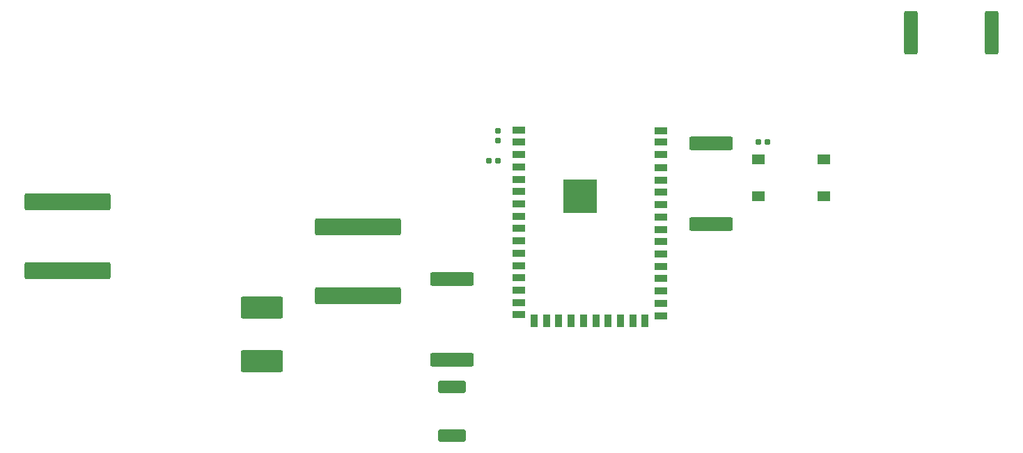
<source format=gbr>
%TF.GenerationSoftware,KiCad,Pcbnew,(6.0.11-0)*%
%TF.CreationDate,2024-05-25T22:05:18+02:00*%
%TF.ProjectId,The Mechanical Turk,54686520-4d65-4636-9861-6e6963616c20,rev?*%
%TF.SameCoordinates,Original*%
%TF.FileFunction,Paste,Top*%
%TF.FilePolarity,Positive*%
%FSLAX46Y46*%
G04 Gerber Fmt 4.6, Leading zero omitted, Abs format (unit mm)*
G04 Created by KiCad (PCBNEW (6.0.11-0)) date 2024-05-25 22:05:18*
%MOMM*%
%LPD*%
G01*
G04 APERTURE LIST*
G04 Aperture macros list*
%AMRoundRect*
0 Rectangle with rounded corners*
0 $1 Rounding radius*
0 $2 $3 $4 $5 $6 $7 $8 $9 X,Y pos of 4 corners*
0 Add a 4 corners polygon primitive as box body*
4,1,4,$2,$3,$4,$5,$6,$7,$8,$9,$2,$3,0*
0 Add four circle primitives for the rounded corners*
1,1,$1+$1,$2,$3*
1,1,$1+$1,$4,$5*
1,1,$1+$1,$6,$7*
1,1,$1+$1,$8,$9*
0 Add four rect primitives between the rounded corners*
20,1,$1+$1,$2,$3,$4,$5,0*
20,1,$1+$1,$4,$5,$6,$7,0*
20,1,$1+$1,$6,$7,$8,$9,0*
20,1,$1+$1,$8,$9,$2,$3,0*%
G04 Aperture macros list end*
%ADD10RoundRect,0.155000X-0.212500X-0.155000X0.212500X-0.155000X0.212500X0.155000X-0.212500X0.155000X0*%
%ADD11RoundRect,0.250000X-2.400000X0.575000X-2.400000X-0.575000X2.400000X-0.575000X2.400000X0.575000X0*%
%ADD12RoundRect,0.155000X0.212500X0.155000X-0.212500X0.155000X-0.212500X-0.155000X0.212500X-0.155000X0*%
%ADD13RoundRect,0.250001X-4.974999X0.799999X-4.974999X-0.799999X4.974999X-0.799999X4.974999X0.799999X0*%
%ADD14RoundRect,0.250000X-0.575000X-2.400000X0.575000X-2.400000X0.575000X2.400000X-0.575000X2.400000X0*%
%ADD15RoundRect,0.250000X2.400000X-0.575000X2.400000X0.575000X-2.400000X0.575000X-2.400000X-0.575000X0*%
%ADD16R,1.550000X1.300000*%
%ADD17R,1.500000X0.900000*%
%ADD18R,0.900000X1.500000*%
%ADD19R,4.100000X4.100000*%
%ADD20RoundRect,0.249999X1.425001X-0.512501X1.425001X0.512501X-1.425001X0.512501X-1.425001X-0.512501X0*%
%ADD21RoundRect,0.155000X0.155000X-0.212500X0.155000X0.212500X-0.155000X0.212500X-0.155000X-0.212500X0*%
%ADD22RoundRect,0.250001X-2.324999X1.074999X-2.324999X-1.074999X2.324999X-1.074999X2.324999X1.074999X0*%
G04 APERTURE END LIST*
D10*
%TO.C,C3*%
X184344500Y-92710000D03*
X185479500Y-92710000D03*
%TD*%
D11*
%TO.C,R4*%
X147066000Y-109400000D03*
X147066000Y-119200000D03*
%TD*%
D12*
%TO.C,C2*%
X152713500Y-94992000D03*
X151578500Y-94992000D03*
%TD*%
D13*
%TO.C,CIN1*%
X100330000Y-99965000D03*
X100330000Y-108315000D03*
%TD*%
%TO.C,COUT1*%
X135636000Y-103013000D03*
X135636000Y-111363000D03*
%TD*%
D14*
%TO.C,R2*%
X202926000Y-79370000D03*
X212726000Y-79370000D03*
%TD*%
D15*
%TO.C,R1*%
X178562000Y-102690000D03*
X178562000Y-92890000D03*
%TD*%
D16*
%TO.C,SW1*%
X192278000Y-99314000D03*
X184328000Y-99314000D03*
X192278000Y-94814000D03*
X184328000Y-94814000D03*
%TD*%
D17*
%TO.C,U2*%
X155205000Y-91223000D03*
X155205000Y-92723000D03*
X155205000Y-94223000D03*
X155205000Y-95723000D03*
X155205000Y-97223000D03*
X155205000Y-98723000D03*
X155205000Y-100223000D03*
X155205000Y-101723000D03*
X155205000Y-103223000D03*
X155205000Y-104723000D03*
X155205000Y-106223000D03*
X155205000Y-107723000D03*
X155205000Y-109223000D03*
X155205000Y-110723000D03*
X155205000Y-112223000D03*
X155205000Y-113723000D03*
D18*
X157080000Y-114473000D03*
X158580000Y-114473000D03*
X160080000Y-114473000D03*
X161580000Y-114473000D03*
X163080000Y-114473000D03*
X164580000Y-114473000D03*
X166080000Y-114473000D03*
X167580000Y-114473000D03*
X169080000Y-114473000D03*
X170580000Y-114473000D03*
D17*
X172455000Y-113823000D03*
X172455000Y-112323000D03*
X172455000Y-110823000D03*
X172455000Y-109323000D03*
X172455000Y-107823000D03*
X172455000Y-106323000D03*
X172455000Y-104823000D03*
X172455000Y-103323000D03*
X172455000Y-101823000D03*
X172455000Y-100323000D03*
X172455000Y-98823000D03*
X172455000Y-97323000D03*
X172455000Y-95823000D03*
X172455000Y-94223000D03*
X172455000Y-92723000D03*
X172455000Y-91323000D03*
D19*
X162640000Y-99263000D03*
%TD*%
D20*
%TO.C,D2*%
X147066000Y-128463500D03*
X147066000Y-122488500D03*
%TD*%
D21*
%TO.C,C1*%
X152654000Y-92515500D03*
X152654000Y-91380500D03*
%TD*%
D22*
%TO.C,D1*%
X123952000Y-112803000D03*
X123952000Y-119353000D03*
%TD*%
M02*

</source>
